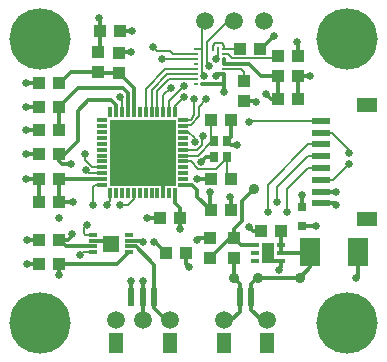
<source format=gbr>
G04 EAGLE Gerber RS-274X export*
G75*
%MOMM*%
%FSLAX34Y34*%
%LPD*%
%INTop Copper*%
%IPPOS*%
%AMOC8*
5,1,8,0,0,1.08239X$1,22.5*%
G01*
%ADD10R,1.100000X1.000000*%
%ADD11R,1.000000X1.100000*%
%ADD12R,0.350000X0.230000*%
%ADD13R,0.230000X0.350000*%
%ADD14R,0.812800X0.304800*%
%ADD15R,0.304800X0.812800*%
%ADD16R,5.689600X5.689600*%
%ADD17R,0.750000X0.850000*%
%ADD18R,1.000000X1.800000*%
%ADD19R,0.800000X0.400000*%
%ADD20R,1.360000X1.460000*%
%ADD21R,0.750000X0.300000*%
%ADD22R,0.600000X1.550000*%
%ADD23R,1.200000X1.800000*%
%ADD24R,1.800000X2.400000*%
%ADD25C,5.200000*%
%ADD26R,0.800000X0.800000*%
%ADD27R,1.550000X0.600000*%
%ADD28R,1.800000X1.200000*%
%ADD29C,0.300000*%
%ADD30C,0.654800*%
%ADD31C,0.904800*%
%ADD32C,1.500000*%
%ADD33C,0.152400*%


D10*
X248500Y256000D03*
X231500Y256000D03*
X46500Y152000D03*
X29500Y152000D03*
X148500Y119000D03*
X131500Y119000D03*
X46500Y132000D03*
X29500Y132000D03*
X46500Y233000D03*
X29500Y233000D03*
D11*
X97000Y241500D03*
X97000Y258500D03*
D10*
X80500Y277000D03*
X97500Y277000D03*
X231500Y219000D03*
X248500Y219000D03*
X231500Y239000D03*
X248500Y239000D03*
D11*
X203000Y217500D03*
X203000Y234500D03*
D10*
X216500Y262000D03*
X199500Y262000D03*
X46500Y193000D03*
X29500Y193000D03*
X46500Y213000D03*
X29500Y213000D03*
X46500Y173000D03*
X29500Y173000D03*
D11*
X79300Y258900D03*
X79300Y241900D03*
D12*
X186250Y262050D03*
D13*
X180450Y261750D03*
X176150Y261750D03*
X171850Y261750D03*
X167550Y261750D03*
D12*
X161750Y262050D03*
X161750Y257750D03*
X161750Y253450D03*
X161750Y249150D03*
X161750Y244850D03*
X161750Y240550D03*
X161750Y236250D03*
X161750Y231950D03*
D13*
X167550Y232250D03*
X171850Y232250D03*
X176150Y232250D03*
X180450Y232250D03*
D12*
X186250Y231950D03*
X186250Y236250D03*
X186250Y240550D03*
X186250Y244850D03*
X186250Y249150D03*
X186250Y253450D03*
X186250Y257750D03*
D14*
X151544Y146500D03*
X151544Y151500D03*
X151544Y156500D03*
X151544Y161500D03*
X151544Y166500D03*
X151544Y171500D03*
X151544Y176500D03*
X151544Y181500D03*
X151544Y186500D03*
X151544Y191500D03*
X151544Y196500D03*
X151544Y201500D03*
D15*
X144500Y208544D03*
X139500Y208544D03*
X134500Y208544D03*
X129500Y208544D03*
X124500Y208544D03*
X119500Y208544D03*
X114500Y208544D03*
X109500Y208544D03*
X104500Y208544D03*
X99500Y208544D03*
X94500Y208544D03*
X89500Y208544D03*
D14*
X82456Y201500D03*
X82456Y196500D03*
X82456Y191500D03*
X82456Y186500D03*
X82456Y181500D03*
X82456Y176500D03*
X82456Y171500D03*
X82456Y166500D03*
X82456Y161500D03*
X82456Y156500D03*
X82456Y151500D03*
X82456Y146500D03*
D15*
X89500Y139456D03*
X94500Y139456D03*
X99500Y139456D03*
X104500Y139456D03*
X109500Y139456D03*
X114500Y139456D03*
X119500Y139456D03*
X124500Y139456D03*
X129500Y139456D03*
X134500Y139456D03*
X139500Y139456D03*
X144500Y139456D03*
D16*
X117000Y174000D03*
D17*
X177750Y183750D03*
X177750Y170250D03*
X188250Y170250D03*
X188250Y183750D03*
D10*
X191500Y152000D03*
X174500Y152000D03*
X174500Y202000D03*
X191500Y202000D03*
X174500Y125000D03*
X191500Y125000D03*
D18*
X223000Y89000D03*
D19*
X234000Y95500D03*
X234000Y89000D03*
X234000Y82500D03*
X212000Y82500D03*
X212000Y89000D03*
X212000Y95500D03*
D10*
X234500Y108000D03*
X217500Y108000D03*
D11*
X174000Y84500D03*
X174000Y101500D03*
X194000Y101500D03*
X194000Y84500D03*
D20*
X90000Y97000D03*
D21*
X75000Y89500D03*
X75000Y94500D03*
X75000Y99500D03*
X75000Y104500D03*
X105000Y104500D03*
X105000Y99500D03*
X105000Y94500D03*
X105000Y89500D03*
D10*
X46500Y80000D03*
X29500Y80000D03*
X46500Y100000D03*
X29500Y100000D03*
D22*
X117000Y52000D03*
X127000Y52000D03*
D23*
X140000Y13000D03*
X94000Y13000D03*
D22*
X107000Y52000D03*
D24*
X258750Y90000D03*
X299250Y90000D03*
D25*
X30000Y30000D03*
X290000Y30000D03*
X290000Y270000D03*
X30000Y270000D03*
D11*
X136500Y89000D03*
X153500Y89000D03*
D26*
X252000Y112000D03*
X252000Y128000D03*
D22*
X199000Y52000D03*
X209000Y52000D03*
D23*
X222000Y13000D03*
X186000Y13000D03*
D27*
X268250Y131000D03*
X268250Y141000D03*
X268250Y151000D03*
X268250Y161000D03*
X268250Y171000D03*
X268250Y181000D03*
X268250Y191000D03*
X268250Y201000D03*
D28*
X307000Y118000D03*
X307000Y214000D03*
D29*
X186250Y236250D02*
X186250Y240550D01*
X186250Y236250D02*
X186250Y231950D01*
X185950Y232250D01*
X180450Y232250D01*
X176150Y232250D01*
X171850Y232250D01*
X167550Y232250D01*
X180550Y240550D02*
X186250Y240550D01*
X180550Y240550D02*
X179000Y239000D01*
D30*
X179000Y239000D03*
D29*
X248500Y256000D02*
X248500Y267500D01*
X248000Y268000D01*
D30*
X248000Y268000D03*
D29*
X248500Y239000D02*
X248500Y219000D01*
X248500Y239000D02*
X259000Y239000D01*
D30*
X259000Y239000D03*
D29*
X29500Y152000D02*
X29500Y132000D01*
X29500Y152000D02*
X18000Y152000D01*
D30*
X18000Y152000D03*
D29*
X18000Y173000D02*
X29500Y173000D01*
D30*
X18000Y173000D03*
D29*
X18000Y193000D02*
X29500Y193000D01*
D30*
X18000Y193000D03*
D29*
X18000Y213000D02*
X29500Y213000D01*
D30*
X18000Y213000D03*
D29*
X19000Y80000D02*
X29500Y80000D01*
D30*
X19000Y80000D03*
D29*
X75000Y99500D02*
X87500Y99500D01*
X90000Y97000D01*
D30*
X90000Y97000D03*
D29*
X29500Y100000D02*
X19000Y100000D01*
D30*
X19000Y100000D03*
D29*
X227500Y82500D02*
X234000Y82500D01*
X227500Y82500D02*
X227000Y82000D01*
X223000Y86000D01*
X223000Y89000D01*
X217500Y108000D02*
X210000Y108000D01*
X207000Y111000D01*
D30*
X207000Y111000D03*
D29*
X298000Y68000D02*
X299250Y69250D01*
X299250Y90000D01*
D30*
X298000Y68000D03*
D29*
X234000Y77000D02*
X234000Y82500D01*
X234000Y77000D02*
X232000Y75000D01*
D30*
X232000Y75000D03*
X141000Y150000D03*
X141000Y174000D03*
X141000Y198000D03*
X117000Y198000D03*
X117000Y174000D03*
X117000Y150000D03*
X93000Y150000D03*
X93000Y174000D03*
X93000Y198000D03*
D29*
X186250Y225250D02*
X186250Y231950D01*
X186250Y225250D02*
X186000Y225000D01*
D30*
X186000Y225000D03*
D29*
X191500Y187000D02*
X188250Y183750D01*
X191500Y187000D02*
X191500Y202000D01*
X177750Y170250D02*
X170250Y170250D01*
X166000Y166000D01*
D30*
X166000Y166000D03*
D29*
X163000Y152000D02*
X174500Y152000D01*
D30*
X163000Y152000D03*
D29*
X134500Y151500D02*
X134500Y139456D01*
X134500Y151500D02*
X136000Y153000D01*
X131500Y119000D02*
X121000Y119000D01*
D30*
X121000Y119000D03*
D29*
X108000Y277000D02*
X97500Y277000D01*
D30*
X108000Y277000D03*
D29*
X97500Y259000D02*
X97000Y258500D01*
X97500Y259000D02*
X107000Y259000D01*
D30*
X107000Y259000D03*
D29*
X117000Y174000D02*
X117000Y172000D01*
X136000Y153000D01*
X29500Y233000D02*
X18000Y233000D01*
D30*
X18000Y233000D03*
D29*
X188250Y183750D02*
X192000Y180000D01*
X197000Y180000D01*
D30*
X197000Y180000D03*
D29*
X203000Y217500D02*
X212500Y217500D01*
X213000Y217000D01*
D30*
X213000Y217000D03*
D29*
X127500Y98000D02*
X136500Y89000D01*
X127500Y98000D02*
X127000Y98000D01*
D30*
X127000Y98000D03*
D29*
X107000Y65000D02*
X107000Y52000D01*
D30*
X107000Y65000D03*
D29*
X199000Y63000D02*
X199000Y52000D01*
X199000Y63000D02*
X194000Y68000D01*
D31*
X194000Y68000D03*
D29*
X194000Y84500D01*
X268250Y141000D02*
X281000Y141000D01*
D30*
X281000Y141000D03*
D32*
X186000Y32000D03*
D29*
X199000Y39000D02*
X199000Y52000D01*
X192000Y32000D02*
X186000Y32000D01*
X192000Y32000D02*
X199000Y39000D01*
X174000Y101500D02*
X164500Y101500D01*
X163000Y100000D01*
D30*
X163000Y100000D03*
D29*
X191500Y125000D02*
X191500Y135500D01*
X191000Y136000D01*
D30*
X191000Y136000D03*
D29*
X80500Y260100D02*
X80500Y277000D01*
X80500Y260100D02*
X79300Y258900D01*
X186250Y253450D02*
X186250Y249150D01*
X231500Y239000D02*
X231500Y219000D01*
X163000Y136500D02*
X174500Y125000D01*
X163000Y136500D02*
X163000Y142000D01*
X158500Y146500D01*
X151544Y146500D01*
X82456Y151500D02*
X47000Y151500D01*
X46500Y152000D01*
X80500Y277000D02*
X80500Y287500D01*
X80000Y288000D01*
D30*
X80000Y288000D03*
D29*
X226000Y219000D02*
X231500Y219000D01*
X226000Y219000D02*
X221000Y224000D01*
D30*
X221000Y224000D03*
D29*
X46500Y151000D02*
X46500Y132000D01*
X46500Y151000D02*
X47000Y151500D01*
X46500Y166500D02*
X46500Y173000D01*
X46500Y166500D02*
X49000Y164000D01*
X56000Y164000D01*
D30*
X56000Y164000D03*
D29*
X58000Y132000D02*
X46500Y132000D01*
D30*
X58000Y132000D03*
D29*
X174000Y125500D02*
X174500Y125000D01*
X174000Y125500D02*
X174000Y141000D01*
D30*
X174000Y141000D03*
D29*
X194000Y109000D02*
X194000Y101500D01*
X194000Y109000D02*
X201000Y116000D01*
X200000Y95500D02*
X212000Y95500D01*
X200000Y95500D02*
X194000Y101500D01*
X191000Y101500D02*
X174000Y84500D01*
X191000Y101500D02*
X194000Y101500D01*
X94500Y208544D02*
X94500Y214049D01*
X90171Y218378D01*
X70829Y218378D01*
X62000Y209549D01*
X62000Y183500D01*
X51500Y173000D01*
X46500Y173000D01*
X144500Y139456D02*
X144500Y131500D01*
X148500Y127500D02*
X148500Y119000D01*
X148500Y127500D02*
X144500Y131500D01*
X105000Y89500D02*
X95500Y80000D01*
X46500Y80000D01*
X217000Y239000D02*
X231500Y239000D01*
X206850Y249150D02*
X186250Y249150D01*
X206850Y249150D02*
X217000Y239000D01*
X217000Y262000D02*
X216500Y262000D01*
X217000Y262000D02*
X228000Y273000D01*
D30*
X228000Y273000D03*
D29*
X211000Y143000D02*
X201000Y133000D01*
D31*
X211000Y143000D03*
D29*
X201000Y133000D02*
X201000Y116000D01*
X46500Y80000D02*
X46500Y70500D01*
X46000Y70000D01*
D30*
X46000Y70000D03*
X46000Y119000D03*
D29*
X252000Y128000D02*
X252000Y138000D01*
D30*
X252000Y138000D03*
D29*
X268250Y131000D02*
X280000Y131000D01*
X281000Y130000D01*
D30*
X281000Y130000D03*
D29*
X149000Y118500D02*
X148500Y119000D01*
X149000Y118500D02*
X149000Y109000D01*
D30*
X149000Y109000D03*
D33*
X186250Y257750D02*
X189250Y257750D01*
X229468Y253968D02*
X231500Y256000D01*
X229468Y253968D02*
X193032Y253968D01*
X189250Y257750D01*
X186250Y244850D02*
X200150Y244850D01*
X203000Y242000D02*
X203000Y234500D01*
X203000Y242000D02*
X200150Y244850D01*
X186250Y262050D02*
X186250Y264050D01*
X183768Y266532D01*
X178458Y266532D01*
X176150Y264224D01*
X176150Y261750D01*
X186250Y262050D02*
X199450Y262050D01*
X199500Y262000D01*
D29*
X46500Y213000D02*
X46500Y193000D01*
X104500Y208544D02*
X104500Y224329D01*
X100293Y228536D01*
X62036Y228536D01*
X46500Y213000D01*
X55900Y241900D02*
X79300Y241900D01*
X55900Y241900D02*
X47000Y233000D01*
X46500Y233000D01*
X79700Y241500D02*
X97000Y241500D01*
X79700Y241500D02*
X79300Y241900D01*
X109500Y228500D02*
X109500Y208544D01*
X109500Y228500D02*
X97000Y241000D01*
X97000Y241500D01*
D33*
X174500Y202000D02*
X174500Y187000D01*
X177750Y183750D01*
X175750Y183750D01*
X163500Y171500D01*
X151544Y171500D01*
X188250Y155250D02*
X191500Y152000D01*
X188250Y155250D02*
X188250Y170250D01*
X157500Y166500D02*
X151544Y166500D01*
X164000Y160000D02*
X179000Y160000D01*
X188250Y169250D01*
X188250Y170250D01*
X164000Y160000D02*
X157500Y166500D01*
D29*
X234500Y108000D02*
X234500Y96000D01*
X234000Y95500D01*
X234000Y89000D01*
X257750Y89000D02*
X258750Y90000D01*
X257750Y89000D02*
X234000Y89000D01*
X75000Y94500D02*
X52000Y94500D01*
X46500Y100000D01*
X54000Y100000D01*
X57000Y103000D01*
X57000Y105000D01*
D30*
X57000Y105000D03*
D29*
X209000Y63000D02*
X209000Y52000D01*
X214000Y68000D02*
X250000Y68000D01*
X258750Y76750D01*
X258750Y90000D01*
X214000Y68000D02*
X209000Y63000D01*
D31*
X250000Y68000D03*
D32*
X222000Y32000D03*
D29*
X209000Y41000D02*
X209000Y52000D01*
X218000Y32000D02*
X222000Y32000D01*
X218000Y32000D02*
X209000Y41000D01*
D31*
X215000Y68000D03*
D30*
X292000Y173401D03*
X168000Y188000D03*
D33*
X163286Y176500D02*
X151544Y176500D01*
X163286Y176500D02*
X166988Y180203D01*
X166988Y186988D02*
X168000Y188000D01*
X166988Y186988D02*
X166988Y180203D01*
X268250Y191000D02*
X277000Y191000D01*
X292000Y176000D01*
X292000Y173401D01*
X134500Y208544D02*
X134500Y222500D01*
X141000Y229000D01*
D30*
X141000Y229000D03*
X173000Y247000D03*
D33*
X171850Y248150D01*
X171850Y261750D01*
D32*
X194000Y285000D03*
D33*
X171850Y267850D02*
X171850Y261750D01*
X189000Y285000D02*
X194000Y285000D01*
X189000Y285000D02*
X171850Y267850D01*
X167550Y261750D02*
X162050Y261750D01*
X161750Y262050D01*
X139500Y217500D02*
X139500Y208544D01*
X139500Y217500D02*
X152000Y230000D01*
D30*
X152000Y230000D03*
X168536Y239036D03*
D33*
X167550Y255550D02*
X167550Y261750D01*
X167202Y240370D02*
X168536Y239036D01*
X167202Y240370D02*
X167202Y255202D01*
X167550Y255550D01*
D32*
X170000Y285000D03*
D33*
X167550Y282550D02*
X167550Y261750D01*
X167550Y282550D02*
X170000Y285000D01*
X152734Y197690D02*
X151544Y196500D01*
X152734Y197690D02*
X158001Y197690D01*
X165000Y204689D01*
X165000Y213000D01*
X171000Y219000D01*
D30*
X171000Y219000D03*
X126000Y263000D03*
D33*
X129000Y260000D01*
X140000Y260000D01*
X142250Y257750D01*
X161750Y257750D01*
X161750Y253450D02*
X133450Y253450D01*
X133000Y253000D01*
D30*
X133000Y253000D03*
X160072Y219000D03*
D33*
X160072Y206072D01*
X160000Y206000D01*
X160000Y204000D01*
X157500Y201500D01*
X151544Y201500D01*
X144500Y208544D02*
X144500Y213500D01*
D30*
X152000Y221000D03*
D33*
X144500Y213500D01*
D30*
X179000Y253000D03*
D33*
X180450Y254450D01*
X180450Y261750D01*
D32*
X220000Y285000D03*
D33*
X161750Y244850D02*
X136188Y244850D01*
X119500Y228162D01*
X119500Y208544D01*
X137813Y240550D02*
X161750Y240550D01*
X137813Y240550D02*
X124500Y227237D01*
X124500Y208544D01*
X129500Y226285D02*
X139465Y236250D01*
X161750Y236250D01*
X129500Y226285D02*
X129500Y208544D01*
D30*
X70000Y113000D03*
X69000Y159000D03*
D33*
X71500Y156500D02*
X82456Y156500D01*
X71500Y156500D02*
X69000Y159000D01*
X68500Y104500D02*
X75000Y104500D01*
X68500Y104500D02*
X67000Y106000D01*
X67000Y110000D01*
X70000Y113000D01*
X66500Y89500D02*
X75000Y89500D01*
X66500Y89500D02*
X64000Y87000D01*
D30*
X64000Y87000D03*
X68000Y173000D03*
D33*
X68000Y168000D01*
X74500Y161500D02*
X82456Y161500D01*
X74500Y161500D02*
X68000Y168000D01*
D29*
X105000Y99500D02*
X115500Y99500D01*
X117000Y98000D01*
D30*
X117000Y98000D03*
X117000Y65000D03*
D29*
X117000Y52000D01*
D32*
X117000Y32000D03*
D29*
X117000Y52000D01*
X111500Y94500D02*
X105000Y94500D01*
X127000Y79000D02*
X127000Y52000D01*
X127000Y79000D02*
X111500Y94500D01*
D32*
X140000Y32000D03*
D29*
X127000Y42000D02*
X127000Y52000D01*
X137000Y32000D02*
X140000Y32000D01*
X137000Y32000D02*
X127000Y42000D01*
D30*
X222880Y124000D03*
X98000Y130000D03*
D33*
X109500Y134630D02*
X109500Y139456D01*
X109500Y134630D02*
X104870Y130000D01*
X98000Y130000D01*
X257267Y181000D02*
X268250Y181000D01*
X257267Y181000D02*
X222880Y146613D01*
X222880Y124000D01*
D30*
X239024Y124000D03*
X75169Y130000D03*
D33*
X76456Y146500D02*
X82456Y146500D01*
X76456Y146500D02*
X75024Y145068D01*
X75024Y130144D02*
X75169Y130000D01*
X75024Y130144D02*
X75024Y145068D01*
X257267Y161000D02*
X268250Y161000D01*
X257267Y161000D02*
X239024Y142757D01*
X239024Y124000D01*
X230952Y132072D02*
X230952Y132072D01*
D30*
X230952Y132072D03*
X86584Y130000D03*
D33*
X89500Y132916D02*
X89500Y139456D01*
X89500Y132916D02*
X86584Y130000D01*
X257267Y171000D02*
X268250Y171000D01*
X257267Y171000D02*
X230952Y144685D01*
X230952Y132072D01*
D30*
X207000Y200000D03*
X98000Y221000D03*
D33*
X98000Y220000D01*
X99500Y218500D01*
X99500Y208544D01*
X207000Y200000D02*
X208000Y201000D01*
X268250Y201000D01*
D30*
X292000Y164599D03*
X161190Y183190D03*
D33*
X155715Y191500D02*
X151544Y191500D01*
X161190Y186024D02*
X161190Y183190D01*
X161190Y186024D02*
X155715Y191500D01*
X268250Y151000D02*
X278401Y151000D01*
X292000Y164599D01*
D29*
X264000Y112000D02*
X252000Y112000D01*
D30*
X264000Y112000D03*
X156000Y77000D03*
D29*
X153500Y79500D01*
X153500Y89000D01*
D32*
X94000Y32000D03*
M02*

</source>
